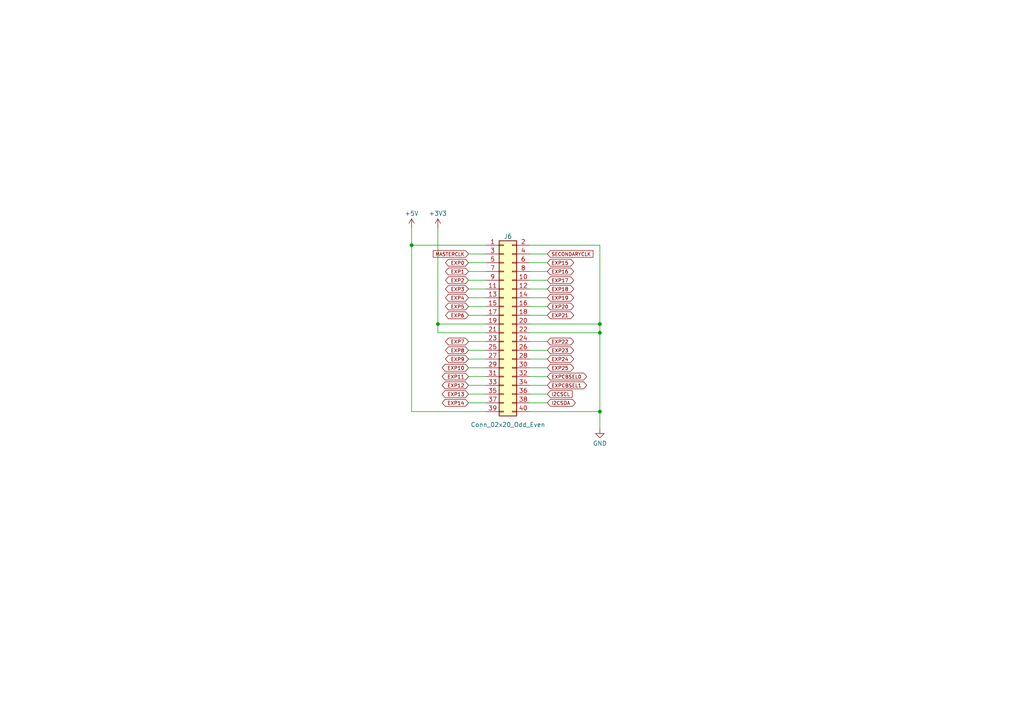
<source format=kicad_sch>
(kicad_sch (version 20250114) (generator "eeschema") (generator_version "9.0")
  (paper "A4")
  (lib_symbols
    (symbol "Connector_Generic:Conn_02x20_Odd_Even" (pin_names (offset 1.016) (hide yes))
      (property "Reference" "J" (at 1.27 25.4 0))
      (property "Value" "Conn_02x20_Odd_Even" (at 1.27 -27.94 0))
      (symbol "Conn_02x20_Odd_Even_1_1"
        (rectangle (start -1.27 24.13) (end 3.81 -26.67) (stroke (width 0.254)) (fill (type background)))
        (rectangle (start -1.27 22.987) (end 0 22.733) (stroke (width 0.1524)))
        (rectangle (start -1.27 20.447) (end 0 20.193) (stroke (width 0.1524)))
        (rectangle (start -1.27 17.907) (end 0 17.653) (stroke (width 0.1524)))
        (rectangle (start -1.27 15.367) (end 0 15.113) (stroke (width 0.1524)))
        (rectangle (start -1.27 12.827) (end 0 12.573) (stroke (width 0.1524)))
        (rectangle (start -1.27 10.287) (end 0 10.033) (stroke (width 0.1524)))
        (rectangle (start -1.27 7.747) (end 0 7.493) (stroke (width 0.1524)))
        (rectangle (start -1.27 5.207) (end 0 4.953) (stroke (width 0.1524)))
        (rectangle (start -1.27 2.667) (end 0 2.413) (stroke (width 0.1524)))
        (rectangle (start -1.27 0.127) (end 0 -0.127) (stroke (width 0.1524)))
        (rectangle (start -1.27 -2.413) (end 0 -2.667) (stroke (width 0.1524)))
        (rectangle (start -1.27 -4.953) (end 0 -5.207) (stroke (width 0.1524)))
        (rectangle (start -1.27 -7.493) (end 0 -7.747) (stroke (width 0.1524)))
        (rectangle (start -1.27 -10.033) (end 0 -10.287) (stroke (width 0.1524)))
        (rectangle (start -1.27 -12.573) (end 0 -12.827) (stroke (width 0.1524)))
        (rectangle (start -1.27 -15.113) (end 0 -15.367) (stroke (width 0.1524)))
        (rectangle (start -1.27 -17.653) (end 0 -17.907) (stroke (width 0.1524)))
        (rectangle (start -1.27 -20.193) (end 0 -20.447) (stroke (width 0.1524)))
        (rectangle (start -1.27 -22.733) (end 0 -22.987) (stroke (width 0.1524)))
        (rectangle (start -1.27 -25.273) (end 0 -25.527) (stroke (width 0.1524)))
        (rectangle (start 3.81 22.987) (end 2.54 22.733) (stroke (width 0.1524)))
        (rectangle (start 3.81 20.447) (end 2.54 20.193) (stroke (width 0.1524)))
        (rectangle (start 3.81 17.907) (end 2.54 17.653) (stroke (width 0.1524)))
        (rectangle (start 3.81 15.367) (end 2.54 15.113) (stroke (width 0.1524)))
        (rectangle (start 3.81 12.827) (end 2.54 12.573) (stroke (width 0.1524)))
        (rectangle (start 3.81 10.287) (end 2.54 10.033) (stroke (width 0.1524)))
        (rectangle (start 3.81 7.747) (end 2.54 7.493) (stroke (width 0.1524)))
        (rectangle (start 3.81 5.207) (end 2.54 4.953) (stroke (width 0.1524)))
        (rectangle (start 3.81 2.667) (end 2.54 2.413) (stroke (width 0.1524)))
        (rectangle (start 3.81 0.127) (end 2.54 -0.127) (stroke (width 0.1524)))
        (rectangle (start 3.81 -2.413) (end 2.54 -2.667) (stroke (width 0.1524)))
        (rectangle (start 3.81 -4.953) (end 2.54 -5.207) (stroke (width 0.1524)))
        (rectangle (start 3.81 -7.493) (end 2.54 -7.747) (stroke (width 0.1524)))
        (rectangle (start 3.81 -10.033) (end 2.54 -10.287) (stroke (width 0.1524)))
        (rectangle (start 3.81 -12.573) (end 2.54 -12.827) (stroke (width 0.1524)))
        (rectangle (start 3.81 -15.113) (end 2.54 -15.367) (stroke (width 0.1524)))
        (rectangle (start 3.81 -17.653) (end 2.54 -17.907) (stroke (width 0.1524)))
        (rectangle (start 3.81 -20.193) (end 2.54 -20.447) (stroke (width 0.1524)))
        (rectangle (start 3.81 -22.733) (end 2.54 -22.987) (stroke (width 0.1524)))
        (rectangle (start 3.81 -25.273) (end 2.54 -25.527) (stroke (width 0.1524)))
        (pin passive line (at -5.08 22.86 0) (length 3.81) (name "Pin_1") (number "1"))
        (pin passive line (at -5.08 20.32 0) (length 3.81) (name "Pin_3") (number "3"))
        (pin passive line (at -5.08 17.78 0) (length 3.81) (name "Pin_5") (number "5"))
        (pin passive line (at -5.08 15.24 0) (length 3.81) (name "Pin_7") (number "7"))
        (pin passive line (at -5.08 12.7 0) (length 3.81) (name "Pin_9") (number "9"))
        (pin passive line (at -5.08 10.16 0) (length 3.81) (name "Pin_11") (number "11"))
        (pin passive line (at -5.08 7.62 0) (length 3.81) (name "Pin_13") (number "13"))
        (pin passive line (at -5.08 5.08 0) (length 3.81) (name "Pin_15") (number "15"))
        (pin passive line (at -5.08 2.54 0) (length 3.81) (name "Pin_17") (number "17"))
        (pin passive line (at -5.08 0 0) (length 3.81) (name "Pin_19") (number "19"))
        (pin passive line (at -5.08 -2.54 0) (length 3.81) (name "Pin_21") (number "21"))
        (pin passive line (at -5.08 -5.08 0) (length 3.81) (name "Pin_23") (number "23"))
        (pin passive line (at -5.08 -7.62 0) (length 3.81) (name "Pin_25") (number "25"))
        (pin passive line (at -5.08 -10.16 0) (length 3.81) (name "Pin_27") (number "27"))
        (pin passive line (at -5.08 -12.7 0) (length 3.81) (name "Pin_29") (number "29"))
        (pin passive line (at -5.08 -15.24 0) (length 3.81) (name "Pin_31") (number "31"))
        (pin passive line (at -5.08 -17.78 0) (length 3.81) (name "Pin_33") (number "33"))
        (pin passive line (at -5.08 -20.32 0) (length 3.81) (name "Pin_35") (number "35"))
        (pin passive line (at -5.08 -22.86 0) (length 3.81) (name "Pin_37") (number "37"))
        (pin passive line (at -5.08 -25.4 0) (length 3.81) (name "Pin_39") (number "39"))
        (pin passive line (at 7.62 22.86 180) (length 3.81) (name "Pin_2") (number "2"))
        (pin passive line (at 7.62 20.32 180) (length 3.81) (name "Pin_4") (number "4"))
        (pin passive line (at 7.62 17.78 180) (length 3.81) (name "Pin_6") (number "6"))
        (pin passive line (at 7.62 15.24 180) (length 3.81) (name "Pin_8") (number "8"))
        (pin passive line (at 7.62 12.7 180) (length 3.81) (name "Pin_10") (number "10"))
        (pin passive line (at 7.62 10.16 180) (length 3.81) (name "Pin_12") (number "12"))
        (pin passive line (at 7.62 7.62 180) (length 3.81) (name "Pin_14") (number "14"))
        (pin passive line (at 7.62 5.08 180) (length 3.81) (name "Pin_16") (number "16"))
        (pin passive line (at 7.62 2.54 180) (length 3.81) (name "Pin_18") (number "18"))
        (pin passive line (at 7.62 0 180) (length 3.81) (name "Pin_20") (number "20"))
        (pin passive line (at 7.62 -2.54 180) (length 3.81) (name "Pin_22") (number "22"))
        (pin passive line (at 7.62 -5.08 180) (length 3.81) (name "Pin_24") (number "24"))
        (pin passive line (at 7.62 -7.62 180) (length 3.81) (name "Pin_26") (number "26"))
        (pin passive line (at 7.62 -10.16 180) (length 3.81) (name "Pin_28") (number "28"))
        (pin passive line (at 7.62 -12.7 180) (length 3.81) (name "Pin_30") (number "30"))
        (pin passive line (at 7.62 -15.24 180) (length 3.81) (name "Pin_32") (number "32"))
        (pin passive line (at 7.62 -17.78 180) (length 3.81) (name "Pin_34") (number "34"))
        (pin passive line (at 7.62 -20.32 180) (length 3.81) (name "Pin_36") (number "36"))
        (pin passive line (at 7.62 -22.86 180) (length 3.81) (name "Pin_38") (number "38"))
        (pin passive line (at 7.62 -25.4 180) (length 3.81) (name "Pin_40") (number "40"))
      )
    )
    (symbol "power:+3V3" (power) (pin_numbers (hide yes)) (pin_names (offset 0) (hide yes))
      (property "Value" "+3V3" (at 0 3.556 0))
      (symbol "+3V3_0_1"
        (polyline (pts (xy -0.762 1.27) (xy 0 2.54)))
        (polyline (pts (xy 0 2.54) (xy 0.762 1.27)))
        (polyline (pts (xy 0 0) (xy 0 2.54)))
      )
      (symbol "+3V3_1_1"
        (pin power_in line (at 0 0 90) (length 0) (name "~") (number "1"))
      )
    )
    (symbol "power:+5V" (power) (pin_numbers (hide yes)) (pin_names (offset 0) (hide yes))
      (property "Value" "+5V" (at 0 3.556 0))
      (symbol "+5V_0_1"
        (polyline (pts (xy -0.762 1.27) (xy 0 2.54)))
        (polyline (pts (xy 0 2.54) (xy 0.762 1.27)))
        (polyline (pts (xy 0 0) (xy 0 2.54)))
      )
      (symbol "+5V_1_1"
        (pin power_in line (at 0 0 90) (length 0) (name "~") (number "1"))
      )
    )
    (symbol "power:GND" (power) (pin_numbers (hide yes)) (pin_names (offset 0) (hide yes))
      (property "Value" "GND" (at 0 -3.81 0))
      (symbol "GND_0_1"
        (polyline (pts (xy 0 0) (xy 0 -1.27) (xy 1.27 -1.27) (xy 0 -2.54) (xy -1.27 -1.27) (xy 0 -1.27)))
      )
      (symbol "GND_1_1"
        (pin power_in line (at 0 0 270) (length 0) (name "~") (number "1"))
      )
    )
  )
  (junction (at 173.99 93.98))
  (junction (at 127 93.98))
  (junction (at 119.38 71.12))
  (junction (at 173.99 119.38))
  (junction (at 173.99 96.52))
  (wire (pts (xy 173.99 124.46) (xy 173.99 119.38)))
  (wire (pts (xy 153.67 86.36) (xy 158.75 86.36)))
  (wire (pts (xy 153.67 106.68) (xy 158.75 106.68)))
  (wire (pts (xy 127 66.04) (xy 127 93.98)))
  (wire (pts (xy 135.89 109.22) (xy 140.97 109.22)))
  (wire (pts (xy 135.89 78.74) (xy 140.97 78.74)))
  (wire (pts (xy 135.89 104.14) (xy 140.97 104.14)))
  (wire (pts (xy 173.99 93.98) (xy 173.99 71.12)))
  (wire (pts (xy 135.89 116.84) (xy 140.97 116.84)))
  (wire (pts (xy 153.67 93.98) (xy 173.99 93.98)))
  (wire (pts (xy 127 93.98) (xy 127 96.52)))
  (wire (pts (xy 127 93.98) (xy 140.97 93.98)))
  (wire (pts (xy 135.89 83.82) (xy 140.97 83.82)))
  (wire (pts (xy 135.89 81.28) (xy 140.97 81.28)))
  (wire (pts (xy 153.67 104.14) (xy 158.75 104.14)))
  (wire (pts (xy 135.89 76.2) (xy 140.97 76.2)))
  (wire (pts (xy 127 96.52) (xy 140.97 96.52)))
  (wire (pts (xy 153.67 81.28) (xy 158.75 81.28)))
  (wire (pts (xy 173.99 96.52) (xy 173.99 93.98)))
  (wire (pts (xy 153.67 116.84) (xy 158.75 116.84)))
  (wire (pts (xy 119.38 66.04) (xy 119.38 71.12)))
  (wire (pts (xy 153.67 83.82) (xy 158.75 83.82)))
  (wire (pts (xy 119.38 119.38) (xy 140.97 119.38)))
  (wire (pts (xy 153.67 114.3) (xy 158.75 114.3)))
  (wire (pts (xy 153.67 101.6) (xy 158.75 101.6)))
  (wire (pts (xy 153.67 91.44) (xy 158.75 91.44)))
  (wire (pts (xy 135.89 106.68) (xy 140.97 106.68)))
  (wire (pts (xy 153.67 109.22) (xy 158.75 109.22)))
  (wire (pts (xy 153.67 76.2) (xy 158.75 76.2)))
  (wire (pts (xy 153.67 96.52) (xy 173.99 96.52)))
  (wire (pts (xy 153.67 119.38) (xy 173.99 119.38)))
  (wire (pts (xy 119.38 71.12) (xy 119.38 119.38)))
  (wire (pts (xy 140.97 71.12) (xy 119.38 71.12)))
  (wire (pts (xy 153.67 111.76) (xy 158.75 111.76)))
  (wire (pts (xy 135.89 99.06) (xy 140.97 99.06)))
  (wire (pts (xy 153.67 78.74) (xy 158.75 78.74)))
  (wire (pts (xy 173.99 119.38) (xy 173.99 96.52)))
  (wire (pts (xy 135.89 86.36) (xy 140.97 86.36)))
  (wire (pts (xy 135.89 111.76) (xy 140.97 111.76)))
  (wire (pts (xy 135.89 101.6) (xy 140.97 101.6)))
  (wire (pts (xy 153.67 99.06) (xy 158.75 99.06)))
  (wire (pts (xy 153.67 88.9) (xy 158.75 88.9)))
  (wire (pts (xy 135.89 88.9) (xy 140.97 88.9)))
  (wire (pts (xy 173.99 71.12) (xy 153.67 71.12)))
  (wire (pts (xy 135.89 73.66) (xy 140.97 73.66)))
  (wire (pts (xy 135.89 91.44) (xy 140.97 91.44)))
  (wire (pts (xy 153.67 73.66) (xy 158.75 73.66)))
  (wire (pts (xy 135.89 114.3) (xy 140.97 114.3)))
  (global_label "I2CSCL" (shape input) (at 158.75 114.3 0) (effects (font (size 1.016 1.016))) (property "Intersheetrefs" "${INTERSHEET_REFS}" (effects (hide yes))))
  (global_label "EXP1" (shape bidirectional) (at 135.89 78.74 180) (effects (font (size 1.016 1.016))) (property "Intersheetrefs" "${INTERSHEET_REFS}" (effects (hide yes))))
  (global_label "EXP19" (shape bidirectional) (at 158.75 86.36 0) (effects (font (size 1.016 1.016))) (property "Intersheetrefs" "${INTERSHEET_REFS}" (effects (hide yes))))
  (global_label "SECONDARYCLK" (shape input) (at 158.75 73.66 0) (effects (font (size 0.9906 0.9906))) (property "Intersheetrefs" "${INTERSHEET_REFS}" (effects (hide yes))))
  (global_label "EXP9" (shape bidirectional) (at 135.89 104.14 180) (effects (font (size 1.016 1.016))) (property "Intersheetrefs" "${INTERSHEET_REFS}" (effects (hide yes))))
  (global_label "EXP0" (shape bidirectional) (at 135.89 76.2 180) (effects (font (size 1.016 1.016))) (property "Intersheetrefs" "${INTERSHEET_REFS}" (effects (hide yes))))
  (global_label "EXP21" (shape bidirectional) (at 158.75 91.44 0) (effects (font (size 1.016 1.016))) (property "Intersheetrefs" "${INTERSHEET_REFS}" (effects (hide yes))))
  (global_label "I2CSDA" (shape bidirectional) (at 158.75 116.84 0) (effects (font (size 1.016 1.016))) (property "Intersheetrefs" "${INTERSHEET_REFS}" (effects (hide yes))))
  (global_label "EXP11" (shape bidirectional) (at 135.89 109.22 180) (effects (font (size 1.016 1.016))) (property "Intersheetrefs" "${INTERSHEET_REFS}" (effects (hide yes))))
  (global_label "MASTERCLK" (shape input) (at 135.89 73.66 180) (effects (font (size 0.9906 0.9906))) (property "Intersheetrefs" "${INTERSHEET_REFS}" (effects (hide yes))))
  (global_label "EXP8" (shape bidirectional) (at 135.89 101.6 180) (effects (font (size 1.016 1.016))) (property "Intersheetrefs" "${INTERSHEET_REFS}" (effects (hide yes))))
  (global_label "EXPCBSEL0" (shape bidirectional) (at 158.75 109.22 0) (effects (font (size 1.016 1.016))) (property "Intersheetrefs" "${INTERSHEET_REFS}" (effects (hide yes))))
  (global_label "EXP3" (shape bidirectional) (at 135.89 83.82 180) (effects (font (size 1.016 1.016))) (property "Intersheetrefs" "${INTERSHEET_REFS}" (effects (hide yes))))
  (global_label "EXP7" (shape bidirectional) (at 135.89 99.06 180) (effects (font (size 1.016 1.016))) (property "Intersheetrefs" "${INTERSHEET_REFS}" (effects (hide yes))))
  (global_label "EXP6" (shape bidirectional) (at 135.89 91.44 180) (effects (font (size 1.016 1.016))) (property "Intersheetrefs" "${INTERSHEET_REFS}" (effects (hide yes))))
  (global_label "EXP12" (shape bidirectional) (at 135.89 111.76 180) (effects (font (size 1.016 1.016))) (property "Intersheetrefs" "${INTERSHEET_REFS}" (effects (hide yes))))
  (global_label "EXPCBSEL1" (shape bidirectional) (at 158.75 111.76 0) (effects (font (size 1.016 1.016))) (property "Intersheetrefs" "${INTERSHEET_REFS}" (effects (hide yes))))
  (global_label "EXP20" (shape bidirectional) (at 158.75 88.9 0) (effects (font (size 1.016 1.016))) (property "Intersheetrefs" "${INTERSHEET_REFS}" (effects (hide yes))))
  (global_label "EXP15" (shape bidirectional) (at 158.75 76.2 0) (effects (font (size 1.016 1.016))) (property "Intersheetrefs" "${INTERSHEET_REFS}" (effects (hide yes))))
  (global_label "EXP10" (shape bidirectional) (at 135.89 106.68 180) (effects (font (size 1.016 1.016))) (property "Intersheetrefs" "${INTERSHEET_REFS}" (effects (hide yes))))
  (global_label "EXP16" (shape bidirectional) (at 158.75 78.74 0) (effects (font (size 1.016 1.016))) (property "Intersheetrefs" "${INTERSHEET_REFS}" (effects (hide yes))))
  (global_label "EXP14" (shape bidirectional) (at 135.89 116.84 180) (effects (font (size 1.016 1.016))) (property "Intersheetrefs" "${INTERSHEET_REFS}" (effects (hide yes))))
  (global_label "EXP4" (shape bidirectional) (at 135.89 86.36 180) (effects (font (size 1.016 1.016))) (property "Intersheetrefs" "${INTERSHEET_REFS}" (effects (hide yes))))
  (global_label "EXP22" (shape bidirectional) (at 158.75 99.06 0) (effects (font (size 1.016 1.016))) (property "Intersheetrefs" "${INTERSHEET_REFS}" (effects (hide yes))))
  (global_label "EXP18" (shape bidirectional) (at 158.75 83.82 0) (effects (font (size 1.016 1.016))) (property "Intersheetrefs" "${INTERSHEET_REFS}" (effects (hide yes))))
  (global_label "EXP17" (shape bidirectional) (at 158.75 81.28 0) (effects (font (size 1.016 1.016))) (property "Intersheetrefs" "${INTERSHEET_REFS}" (effects (hide yes))))
  (global_label "EXP25" (shape bidirectional) (at 158.75 106.68 0) (effects (font (size 1.016 1.016))) (property "Intersheetrefs" "${INTERSHEET_REFS}" (effects (hide yes))))
  (global_label "EXP24" (shape bidirectional) (at 158.75 104.14 0) (effects (font (size 1.016 1.016))) (property "Intersheetrefs" "${INTERSHEET_REFS}" (effects (hide yes))))
  (global_label "EXP23" (shape bidirectional) (at 158.75 101.6 0) (effects (font (size 1.016 1.016))) (property "Intersheetrefs" "${INTERSHEET_REFS}" (effects (hide yes))))
  (global_label "EXP5" (shape bidirectional) (at 135.89 88.9 180) (effects (font (size 1.016 1.016))) (property "Intersheetrefs" "${INTERSHEET_REFS}" (effects (hide yes))))
  (global_label "EXP13" (shape bidirectional) (at 135.89 114.3 180) (effects (font (size 1.016 1.016))) (property "Intersheetrefs" "${INTERSHEET_REFS}" (effects (hide yes))))
  (global_label "EXP2" (shape bidirectional) (at 135.89 81.28 180) (effects (font (size 1.016 1.016))) (property "Intersheetrefs" "${INTERSHEET_REFS}" (effects (hide yes))))
  (symbol (lib_id "power:GND") (at 173.99 124.46 0) (unit 1)
    (property "Reference" "#PWR025" (effects (hide yes)))
    (property "Value" "GND" (at 173.99 128.5931 0))
    (property "Description" "Power symbol creates a global label with name \"GND\" , ground" (effects (hide yes)))
  )
  (symbol (lib_id "power:+3V3") (at 127 66.04 0) (unit 1)
    (property "Reference" "#PWR024" (effects (hide yes)))
    (property "Value" "+3V3" (at 127 61.9069 0))
    (property "Description" "Power symbol creates a global label with name \"+3V3\"" (effects (hide yes)))
  )
  (symbol (lib_id "power:+5V") (at 119.38 66.04 0) (unit 1)
    (property "Reference" "#PWR078" (effects (hide yes)))
    (property "Value" "+5V" (at 119.38 61.9069 0))
    (property "Description" "Power symbol creates a global label with name \"+5V\"" (effects (hide yes)))
  )
  (symbol (lib_id "Connector_Generic:Conn_02x20_Odd_Even") (at 146.05 93.98 0) (unit 1)
    (property "Reference" "J6" (at 147.32 68.58 0))
    (property "Value" "Conn_02x20_Odd_Even" (at 147.32 123.19 0))
    (property "Footprint" "Connector_PinHeader_2.54mm:PinHeader_2x20_P2.54mm_Horizontal" (effects (hide yes)))
    (property "Description" "Generic connector, double row, 02x20, odd/even pin numbering scheme (row 1 odd numbers, row 2 even numbers), script generated (kicad-library-utils/schlib/autogen/connector/)" (effects (hide yes)))
  )
)
</source>
